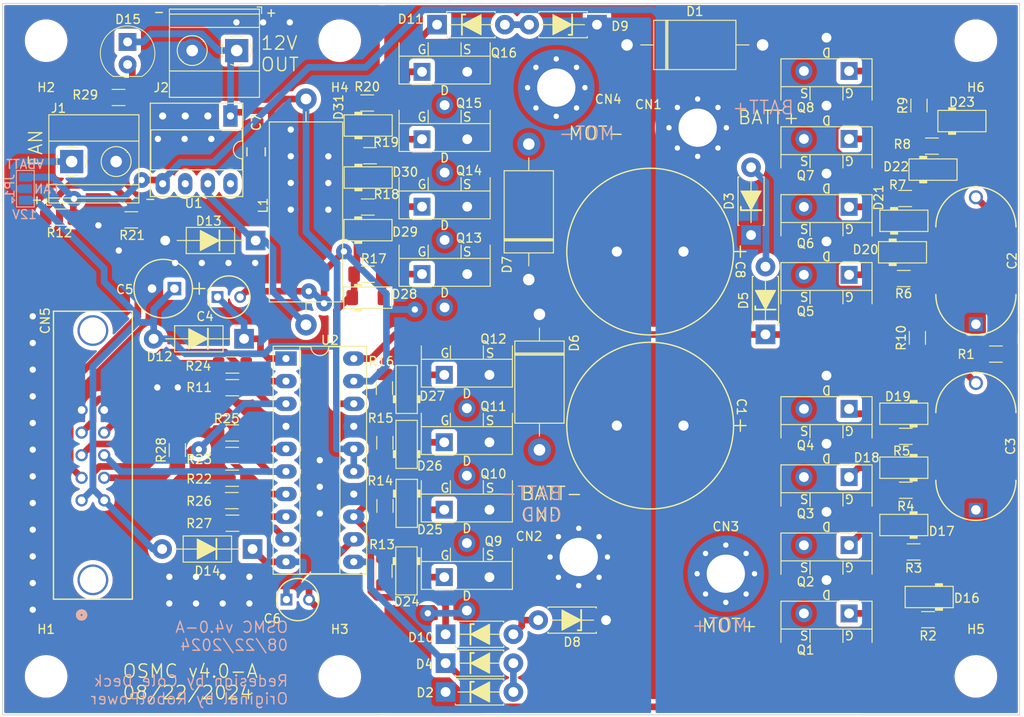
<source format=kicad_pcb>
(kicad_pcb (version 20221018) (generator pcbnew)

  (general
    (thickness 1.6)
  )

  (paper "A4")
  (layers
    (0 "F.Cu" signal)
    (31 "B.Cu" signal)
    (32 "B.Adhes" user "B.Adhesive")
    (33 "F.Adhes" user "F.Adhesive")
    (34 "B.Paste" user)
    (35 "F.Paste" user)
    (36 "B.SilkS" user "B.Silkscreen")
    (37 "F.SilkS" user "F.Silkscreen")
    (38 "B.Mask" user)
    (39 "F.Mask" user)
    (40 "Dwgs.User" user "User.Drawings")
    (41 "Cmts.User" user "User.Comments")
    (42 "Eco1.User" user "User.Eco1")
    (43 "Eco2.User" user "User.Eco2")
    (44 "Edge.Cuts" user)
    (45 "Margin" user)
    (46 "B.CrtYd" user "B.Courtyard")
    (47 "F.CrtYd" user "F.Courtyard")
    (48 "B.Fab" user)
    (49 "F.Fab" user)
    (50 "User.1" user)
    (51 "User.2" user)
    (52 "User.3" user)
    (53 "User.4" user)
    (54 "User.5" user)
    (55 "User.6" user)
    (56 "User.7" user)
    (57 "User.8" user)
    (58 "User.9" user)
  )

  (setup
    (pad_to_mask_clearance 0)
    (pcbplotparams
      (layerselection 0x00010fc_ffffffff)
      (plot_on_all_layers_selection 0x0000000_00000000)
      (disableapertmacros false)
      (usegerberextensions false)
      (usegerberattributes true)
      (usegerberadvancedattributes true)
      (creategerberjobfile true)
      (dashed_line_dash_ratio 12.000000)
      (dashed_line_gap_ratio 3.000000)
      (svgprecision 4)
      (plotframeref false)
      (viasonmask false)
      (mode 1)
      (useauxorigin false)
      (hpglpennumber 1)
      (hpglpenspeed 20)
      (hpglpendiameter 15.000000)
      (dxfpolygonmode true)
      (dxfimperialunits true)
      (dxfusepcbnewfont true)
      (psnegative false)
      (psa4output false)
      (plotreference true)
      (plotvalue true)
      (plotinvisibletext false)
      (sketchpadsonfab false)
      (subtractmaskfromsilk false)
      (outputformat 1)
      (mirror false)
      (drillshape 1)
      (scaleselection 1)
      (outputdirectory "")
    )
  )

  (net 0 "")
  (net 1 "VBATT")
  (net 2 "GND")
  (net 3 "BHS")
  (net 4 "Net-(C2-Pad2)")
  (net 5 "AHS")
  (net 6 "Net-(C3-Pad2)")
  (net 7 "Net-(D12-K)")
  (net 8 "+12V")
  (net 9 "Net-(D14-K)")
  (net 10 "Net-(CN5-Pad3)")
  (net 11 "DISABLE")
  (net 12 "AHI")
  (net 13 "ALI")
  (net 14 "BHI")
  (net 15 "BLI")
  (net 16 "Net-(D2-A)")
  (net 17 "Net-(D3-A)")
  (net 18 "AHO")
  (net 19 "BHO")
  (net 20 "Net-(D10-A)")
  (net 21 "Net-(D11-A)")
  (net 22 "ALO")
  (net 23 "BLO")
  (net 24 "Net-(D13-K)")
  (net 25 "Net-(D15-Pad2)")
  (net 26 "Net-(D16-A)")
  (net 27 "Net-(D17-A)")
  (net 28 "Net-(D18-A)")
  (net 29 "Net-(D19-A)")
  (net 30 "Net-(D20-A)")
  (net 31 "Net-(D21-A)")
  (net 32 "Net-(D22-A)")
  (net 33 "Net-(D23-A)")
  (net 34 "Net-(D24-A)")
  (net 35 "Net-(D25-A)")
  (net 36 "Net-(D26-A)")
  (net 37 "Net-(D27-A)")
  (net 38 "Net-(D28-A)")
  (net 39 "Net-(D29-A)")
  (net 40 "Net-(D30-A)")
  (net 41 "Net-(D31-A)")
  (net 42 "Net-(J1-Pin_1)")
  (net 43 "Net-(U2-HDEL)")
  (net 44 "Net-(U2-LDEL)")
  (net 45 "unconnected-(U1-NC-Pad6)")
  (net 46 "unconnected-(U1-NC-Pad8)")

  (footprint "MountingHole:MountingHole_4.3mm_M4_Pad_Via" (layer "F.Cu") (at 166.365 113.07))

  (footprint "Diode_THT_AKL:D_DO-41_SOD81_P10.16mm_Horizontal" (layer "F.Cu") (at 130.05 77.475 180))

  (footprint "C4,6:CAP_T350B_4p5X4p5-2p54_KEM" (layer "F.Cu") (at 127.04 83.83))

  (footprint "TO220-3-Staggered:TO-220-3_Vertical_GDS_Staggered" (layer "F.Cu") (at 151.25 115.3375))

  (footprint "Resistor_SMD:R_1206_3216Metric_Pad1.30x1.75mm_HandSolder" (layer "F.Cu") (at 142.66 73.71))

  (footprint "Package_DIP:DIP-20_W7.62mm_Socket_LongPads" (layer "F.Cu") (at 133.46 90.755))

  (footprint "TO220-3-Staggered:TO-220-3_Vertical_GDS_Staggered" (layer "F.Cu") (at 196.75 58.4125 180))

  (footprint "MountingHole:MountingHole_4.3mm_M4" (layer "F.Cu") (at 106.5 126.5))

  (footprint "Resistor_SMD:R_1206_3216Metric_Pad1.30x1.75mm_HandSolder" (layer "F.Cu") (at 203.125 99.5 180))

  (footprint "Resistor_SMD:R_1206_3216Metric_Pad1.30x1.75mm_HandSolder" (layer "F.Cu") (at 116.075 75.15))

  (footprint "TO220-3-Staggered:TO-220-3_Vertical_GDS_Staggered" (layer "F.Cu") (at 148.75 58.5))

  (footprint "Diode_SMD_AKL:D_MiniMELF" (layer "F.Cu") (at 202.75 78.8))

  (footprint "Inductor_THT:L_Axial_L20.0mm_D8.0mm_P25.40mm_Horizontal" (layer "F.Cu") (at 135.71 86.96 90))

  (footprint "TO220-3-Staggered:TO-220-3_Vertical_GDS_Staggered" (layer "F.Cu") (at 196.75 96.4125 180))

  (footprint "TO220-3-Staggered:TO-220-3_Vertical_GDS_Staggered" (layer "F.Cu") (at 196.75 73.6908 180))

  (footprint "Diode_THT:D_DO-201AE_P15.24mm_Horizontal" (layer "F.Cu") (at 161.95 85.78 -90))

  (footprint "Diode_THT_AKL:D_DO-41_SOD81_P7.62mm_Horizontal_Zener" (layer "F.Cu") (at 185.73 76.86 90))

  (footprint "Diode_SMD_AKL:D_MiniMELF" (layer "F.Cu") (at 142.7 70.39))

  (footprint "MountingHole:MountingHole_4.3mm_M4_Pad_Via" (layer "F.Cu") (at 179.73 64.79))

  (footprint "Resistor_SMD:R_1206_3216Metric_Pad1.30x1.75mm_HandSolder" (layer "F.Cu") (at 206.06 66.86))

  (footprint "Resistor_SMD:R_1206_3216Metric_Pad1.30x1.75mm_HandSolder" (layer "F.Cu") (at 144.575 100.225 90))

  (footprint "Diode_THT_AKL:D_DO-41_SOD81_P7.62mm_Horizontal_Zener" (layer "F.Cu") (at 151.4 121.76))

  (footprint "TerminalBlock_Phoenix:TerminalBlock_Phoenix_MKDS-1,5-2_1x02_P5.00mm_Horizontal" (layer "F.Cu") (at 127.92 56.11 180))

  (footprint "Resistor_SMD:R_1206_3216Metric_Pad1.30x1.75mm_HandSolder" (layer "F.Cu") (at 144.59 107.33 -90))

  (footprint "TO220-3-Staggered:TO-220-3_Vertical_GDS_Staggered" (layer "F.Cu") (at 196.75 104.0792 180))

  (footprint "C2,3:CAP_225P_WA_0.70X0.40X0.55_CND_NARROW" (layer "F.Cu") (at 211 107.7748 90))

  (footprint "Diode_SMD_AKL:D_MiniMELF" (layer "F.Cu") (at 209.43 64.04))

  (footprint "Diode_THT:D_DO-201AE_P15.24mm_Horizontal" (layer "F.Cu") (at 160.75 81.87 90))

  (footprint "Diode_THT_AKL:D_DO-41_SOD81_P7.62mm_Horizontal_Zener" (layer "F.Cu") (at 187.35 88.035 90))

  (footprint "TO220-3-Staggered:TO-220-3_Vertical_GDS_Staggered" (layer "F.Cu") (at 196.75 111.7458 180))

  (footprint "C5:PCAP_63x112_PAN" (layer "F.Cu") (at 120.92055 82.88 180))

  (footprint "Package_DIP:DIP-8_W7.62mm_Socket_LongPads" (layer "F.Cu") (at 127.22 63.47 -90))

  (footprint "MountingHole:MountingHole_4.3mm_M4" (layer "F.Cu") (at 139.5 55))

  (footprint "Diode_THT:D_DO-201AE_P15.24mm_Horizontal" (layer "F.Cu") (at 171.79 55.48))

  (footprint "Resistor_SMD:R_1206_3216Metric_Pad1.30x1.75mm_HandSolder" (layer "F.Cu") (at 202.9 81.75))

  (footprint "C2,3:CAP_225P_WA_0.70X0.40X0.55_CND_NARROW" (layer "F.Cu") (at 211 86.8874 90))

  (footprint "Resistor_SMD:R_1206_3216Metric_Pad1.30x1.75mm_HandSolder" (layer "F.Cu") (at 127.44 91.48))

  (footprint "Resistor_SMD:R_1206_3216Metric_Pad1.30x1.75mm_HandSolder" (layer "F.Cu") (at 213.25 90.25 180))

  (footprint "MountingHole:MountingHole_4.3mm_M4_Pad_Via" (layer "F.Cu") (at 182.895 114.95))

  (footprint "TO220-3-Staggered:TO-220-3_Vertical_GDS_Staggered" (layer "F.Cu") (at 196.75 119.4125 180))

  (footprint "Resistor_SMD:R_1206_3216Metric_Pad1.30x1.75mm_HandSolder" (layer "F.Cu") (at 142.59 62.01))

  (footprint "Diode_THT_AKL:D_DO-41_SOD81_P7.62mm_Horizontal_Zener" (layer "F.Cu") (at 169.43 120.17 180))

  (footprint "C1,8:CAP_EEUFC_18X20_PAN" (layer "F.Cu") (at 178.13975 98.29 180))

  (footprint "Diode_SMD_AKL:D_MiniMELF" (layer "F.Cu") (at 147 114.63 -90))

  (footprint "Diode_SMD_AKL:D_MiniMELF" (layer "F.Cu") (at 147.03 107.04 -90))

  (footprint "Diode_SMD_AKL:D_MiniMELF" (layer "F.Cu")
    (tstamp 74a87fee-5e24-443f-a384-19c06bdbdb5b)
    (at 202.9 96.96 180)
    (descr "Diode Mini-MELF, Alternate KiCad Library")
    (tags "Diode Mini-MELF")
    (pro
... [884515 chars truncated]
</source>
